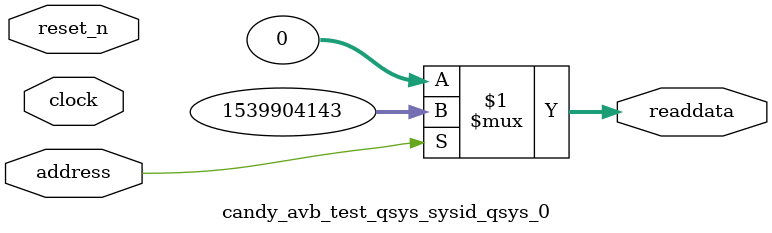
<source format=v>



// synthesis translate_off
`timescale 1ns / 1ps
// synthesis translate_on

// turn off superfluous verilog processor warnings 
// altera message_level Level1 
// altera message_off 10034 10035 10036 10037 10230 10240 10030 

module candy_avb_test_qsys_sysid_qsys_0 (
               // inputs:
                address,
                clock,
                reset_n,

               // outputs:
                readdata
             )
;

  output  [ 31: 0] readdata;
  input            address;
  input            clock;
  input            reset_n;

  wire    [ 31: 0] readdata;
  //control_slave, which is an e_avalon_slave
  assign readdata = address ? 1539904143 : 0;

endmodule



</source>
